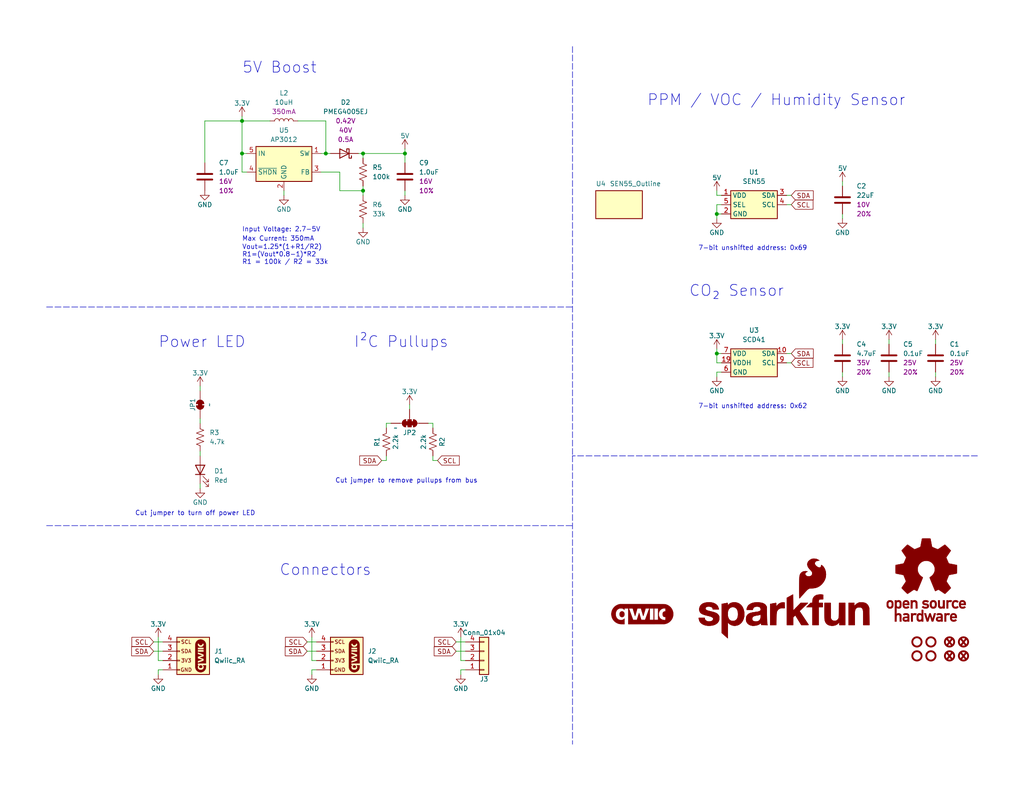
<source format=kicad_sch>
(kicad_sch (version 20230121) (generator eeschema)
  (paper "USLetter")
  (title_block (title "SparkFun Indoor Air Quality Sensor - SCD41 SEN55 (Qwiic)") (date "2024-03-06") (rev "v10") (comment 1 "Designed by: N. Seidle"))
  (lib_symbols
    (symbol "SparkFun-Aesthetic:Fiducial_0.5mm"
      (symbol "Fiducial_0.5mm_1_1"
        (text "x" (at 0 0.254 0) (effects (font (size 2.5 2.5) bold)))
      )
    )
    (symbol "SparkFun-Aesthetic:OSHW_Logo" (pin_names (offset 1.016)) (in_bom no))
    (symbol "SparkFun-Aesthetic:SparkFun_Logo" (pin_names (offset 1.016)) (on_board no))
    (symbol "SparkFun-Aesthetic:qwiic_Logo" (pin_names (offset 1.016)) (on_board no))
    (symbol "SparkFun-Capacitor:0.1uF_0603_25V_20%" (pin_numbers hide) (pin_names (offset 0.254))
      (property "Reference" "C" (at 0.635 2.54 0))
      (property "Value" "0.1uF" (at 0.635 -2.54 0))
      (property "Voltage" "25V" (at 0 -6.35 0))
      (property "Tolerance" "20%" (at 0 -8.89 0))
      (symbol "0.1uF_0603_25V_20%_1_1"
        (pin passive line (at 0 3.81 270) (length 2.794) (name "~") (number "1"))
        (pin passive line (at 0 -3.81 90) (length 2.794) (name "~") (number "2"))
      )
    )
    (symbol "SparkFun-Capacitor:1.0uF_0603_16V_10%" (pin_numbers hide) (pin_names (offset 0.254))
      (property "Reference" "C" (at 0.635 2.54 0))
      (property "Value" "1.0uF" (at 0.635 -2.54 0))
      (property "Voltage" "16V" (at 0 -6.35 0))
      (property "Tolerance" "10%" (at 0 -8.89 0))
      (symbol "1.0uF_0603_16V_10%_1_1"
        (pin passive line (at 0 3.81 270) (length 2.794) (name "~") (number "1"))
        (pin passive line (at 0 -3.81 90) (length 2.794) (name "~") (number "2"))
      )
    )
    (symbol "SparkFun-Capacitor:22uF_0805_10V_20%" (pin_numbers hide) (pin_names (offset 0.254))
      (property "Reference" "C" (at 0.635 2.54 0))
      (property "Value" "22uF" (at 0.635 -2.54 0))
      (property "Voltage" "10V" (at 0 -6.35 0))
      (property "Tolerance" "20%" (at 0 -8.89 0))
      (symbol "22uF_0805_10V_20%_1_1"
        (pin passive line (at 0 3.81 270) (length 2.794) (name "~") (number "1"))
        (pin passive line (at 0 -3.81 90) (length 2.794) (name "~") (number "2"))
      )
    )
    (symbol "SparkFun-Capacitor:4.7uF_0603_35V_20%" (pin_numbers hide) (pin_names (offset 0.254))
      (property "Reference" "C" (at 0.635 2.54 0))
      (property "Value" "4.7uF" (at 0.635 -2.54 0))
      (property "Voltage" "35V" (at 0 -6.35 0))
      (property "Tolerance" "20%" (at 0 -8.89 0))
      (symbol "4.7uF_0603_35V_20%_1_1"
        (pin passive line (at 0 3.81 270) (length 2.794) (name "~") (number "1"))
        (pin passive line (at 0 -3.81 90) (length 2.794) (name "~") (number "2"))
      )
    )
    (symbol "SparkFun-Coil:10uH_0805_0.35A" (pin_numbers hide) (pin_names (offset 1.016) hide)
      (property "Reference" "L" (at 0 2.54 0))
      (property "Value" "10uH" (at 0 -1.27 0))
      (property "Current" "350mA" (at 0 -3.81 0))
      (symbol "10uH_0805_0.35A_1_1"
        (pin passive line (at -3.81 0 0) (length 1.27) (name "1") (number "1"))
        (pin passive line (at 3.81 0 180) (length 1.27) (name "2") (number "2"))
      )
    )
    (symbol "SparkFun-Connector:Conn_01x04" (pin_names (offset 1.016) hide)
      (property "Reference" "J" (at 0 5.08 0))
      (property "Value" "Conn_01x04" (at 0 -7.62 0))
      (symbol "Conn_01x04_1_1"
        (pin passive line (at -5.08 2.54 0) (length 3.81) (name "Pin_1") (number "1"))
        (pin passive line (at -5.08 0 0) (length 3.81) (name "Pin_2") (number "2"))
        (pin passive line (at -5.08 -2.54 0) (length 3.81) (name "Pin_3") (number "3"))
        (pin passive line (at -5.08 -5.08 0) (length 3.81) (name "Pin_4") (number "4"))
      )
    )
    (symbol "SparkFun-Connector:Qwiic_Right_Angle" (pin_names (offset 1.016) hide)
      (property "Reference" "J" (at 0 5.08 0))
      (property "Value" "Qwiic_RA" (at 0 -7.62 0))
      (symbol "Qwiic_Right_Angle_1_1"
        (text "3V3" (at 1.27 -2.54 0) (effects (font (size 1 1))))
        (text "GND" (at 1.27 -5.08 0) (effects (font (size 1 1))))
        (text "SCL" (at 1.27 2.54 0) (effects (font (size 1 1))))
        (text "SDA" (at 1.27 0 0) (effects (font (size 1 1))))
        (pin passive line (at -5.08 -5.08 0) (length 3.81) (name "Pin_1") (number "1"))
        (pin passive line (at -5.08 -2.54 0) (length 3.81) (name "Pin_2") (number "2"))
        (pin passive line (at -5.08 0 0) (length 3.81) (name "Pin_3") (number "3"))
        (pin passive line (at -5.08 2.54 0) (length 3.81) (name "Pin_4") (number "4"))
        (pin no_connect line (at 2.54 3.81 270) (length 2.54) hide (name "NC") (number "NC1"))
        (pin no_connect line (at 2.54 3.81 270) (length 2.54) hide (name "NC") (number "NC2"))
      )
    )
    (symbol "SparkFun-DiscreteSemi:D_Schottky_0.5A_40V_0.42V" (pin_numbers hide) (pin_names (offset 1.016) hide)
      (property "Reference" "D" (at 0 2.54 0))
      (property "Value" "PMEG4005EJ" (at 0 -2.54 0))
      (property "IMax" "0.5A" (at 0 -5.08 0))
      (property "VDrop" "0.42V" (at 0 -10.16 0))
      (property "VMax" "40V" (at 0 -7.62 0))
      (symbol "D_Schottky_0.5A_40V_0.42V_1_1"
        (pin passive line (at 3.81 0 180) (length 2.54) (name "A") (number "A"))
        (pin passive line (at -3.81 0 0) (length 2.54) (name "C") (number "C"))
      )
    )
    (symbol "SparkFun-Hardware:Standoff")
    (symbol "SparkFun-IC-Power:AP3012"
      (property "Reference" "U" (at -7.62 5.715 0))
      (property "Value" "AP3012" (at 0 5.715 0))
      (symbol "AP3012_1_1"
        (pin passive line (at 10.16 2.54 180) (length 2.54) (name "SW") (number "1"))
        (pin power_in line (at 0 -7.62 90) (length 2.54) (name "GND") (number "2"))
        (pin input line (at 10.16 -2.54 180) (length 2.54) (name "FB") (number "3"))
        (pin input line (at -10.16 -2.54 0) (length 2.54) (name "~{SHDN}") (number "4"))
        (pin power_in line (at -10.16 2.54 0) (length 2.54) (name "IN") (number "5"))
      )
    )
    (symbol "SparkFun-Jumper:SolderJumper_2_Bridged" (pin_numbers hide) (pin_names (offset 0) hide)
      (property "Reference" "JP" (at 0 2.032 0))
      (property "Value" "~" (at 0 -2.54 0))
      (symbol "SolderJumper_2_Bridged_1_1"
        (pin passive line (at -3.81 0 0) (length 2.54) (name "A") (number "1"))
        (pin passive line (at 3.81 0 180) (length 2.54) (name "B") (number "2"))
      )
    )
    (symbol "SparkFun-Jumper:SolderJumper_3_Bridged123" (pin_numbers hide) (pin_names (offset 0) hide)
      (property "Reference" "JP" (at 0 2.54 0))
      (property "Value" "~" (at 3.81 1.27 0))
      (symbol "SolderJumper_3_Bridged123_1_1"
        (pin passive line (at -5.08 0 0) (length 2.54) (name "A") (number "1"))
        (pin passive line (at 0 -3.81 90) (length 2.54) (name "C") (number "2"))
        (pin passive line (at 5.08 0 180) (length 2.54) (name "B") (number "3"))
      )
    )
    (symbol "SparkFun-LED:LED_Red_0603" (pin_numbers hide) (pin_names (offset 1.016) hide)
      (property "Reference" "D" (at 0 2.54 0))
      (property "Value" "Red" (at 0 -2.54 0))
      (symbol "LED_Red_0603_1_1"
        (pin passive line (at -3.81 0 0) (length 2.54) (name "K") (number "1"))
        (pin passive line (at 3.81 0 180) (length 2.54) (name "A") (number "2"))
      )
    )
    (symbol "SparkFun-PowerSymbol:3.3V" (power) (pin_names (offset 0))
      (property "Value" "3.3V" (at 0 3.81 0))
      (symbol "3.3V_1_1"
        (pin power_in line (at 0 0 90) (length 0) hide (name "3.3V") (number "1"))
      )
    )
    (symbol "SparkFun-PowerSymbol:5V" (power) (pin_names (offset 0))
      (property "Value" "5V" (at 0 3.81 0))
      (symbol "5V_1_1"
        (pin power_in line (at 0 0 90) (length 0) hide (name "5V") (number "1"))
      )
    )
    (symbol "SparkFun-PowerSymbol:GND" (power) (pin_names (offset 0))
      (property "Value" "GND" (at 0 -3.81 0))
      (symbol "GND_1_1"
        (pin power_in line (at 0 0 270) (length 0) hide (name "GND") (number "1"))
      )
    )
    (symbol "SparkFun-Resistor:100k_0603" (pin_numbers hide) (pin_names (offset 0))
      (property "Reference" "R" (at 0 -2.54 0))
      (property "Value" "100k" (at 0 2.54 0))
      (symbol "100k_0603_1_1"
        (pin passive line (at 3.81 0 180) (length 1.27) (name "~") (number "1"))
        (pin passive line (at -3.81 0 0) (length 1.27) (name "~") (number "2"))
      )
    )
    (symbol "SparkFun-Resistor:2.2k_0603" (pin_numbers hide) (pin_names (offset 0))
      (property "Reference" "R" (at 0 -2.54 0))
      (property "Value" "2.2k" (at 0 2.54 0))
      (symbol "2.2k_0603_1_1"
        (pin passive line (at 3.81 0 180) (length 1.27) (name "~") (number "1"))
        (pin passive line (at -3.81 0 0) (length 1.27) (name "~") (number "2"))
      )
    )
    (symbol "SparkFun-Resistor:33k_0603" (pin_numbers hide) (pin_names (offset 0))
      (property "Reference" "R" (at 0 -2.54 0))
      (property "Value" "33k" (at 0 2.54 0))
      (symbol "33k_0603_1_1"
        (pin passive line (at 3.81 0 180) (length 1.27) (name "~") (number "1"))
        (pin passive line (at -3.81 0 0) (length 1.27) (name "~") (number "2"))
      )
    )
    (symbol "SparkFun-Resistor:4.7k_0603" (pin_numbers hide) (pin_names (offset 0))
      (property "Reference" "R" (at 0 -2.54 0))
      (property "Value" "4.7k" (at 0 2.54 0))
      (symbol "4.7k_0603_1_1"
        (pin passive line (at 3.81 0 180) (length 1.27) (name "~") (number "1"))
        (pin passive line (at -3.81 0 0) (length 1.27) (name "~") (number "2"))
      )
    )
    (symbol "SparkFun-Sensor:SCD41"
      (property "Reference" "U" (at -6.35 5.715 0))
      (property "Value" "SCD41" (at -2.54 5.715 0))
      (symbol "SCD41_1_1"
        (pin no_connect line (at 8.89 6.35 180) (length 2.54) hide (name "NC") (number "1"))
        (pin bidirectional line (at 8.89 2.54 180) (length 2.54) (name "SDA") (number "10"))
        (pin no_connect line (at 8.89 21.59 180) (length 2.54) hide (name "NC") (number "11"))
        (pin no_connect line (at 8.89 24.13 180) (length 2.54) hide (name "NC") (number "12"))
        (pin no_connect line (at 8.89 26.67 180) (length 2.54) hide (name "NC") (number "13"))
        (pin no_connect line (at 8.89 29.21 180) (length 2.54) hide (name "NC") (number "14"))
        (pin no_connect line (at 8.89 31.75 180) (length 2.54) hide (name "NC") (number "15"))
        (pin no_connect line (at 8.89 34.29 180) (length 2.54) hide (name "NC") (number "16"))
        (pin no_connect line (at 8.89 36.83 180) (length 2.54) hide (name "NC") (number "17"))
        (pin no_connect line (at 8.89 39.37 180) (length 2.54) hide (name "NC") (number "18"))
        (pin power_in line (at -8.89 0 0) (length 2.54) (name "VDDH") (number "19"))
        (pin no_connect line (at 8.89 8.89 180) (length 2.54) hide (name "NC") (number "2"))
        (pin power_in line (at -8.89 -2.54 0) (length 2.54) hide (name "GND") (number "20"))
        (pin power_in line (at -8.89 -2.54 0) (length 2.54) hide (name "GND") (number "21"))
        (pin no_connect line (at 8.89 11.43 180) (length 2.54) hide (name "NC") (number "3"))
        (pin no_connect line (at 8.89 13.97 180) (length 2.54) hide (name "NC") (number "4"))
        (pin no_connect line (at 8.89 16.51 180) (length 2.54) hide (name "NC") (number "5"))
        (pin power_in line (at -8.89 -2.54 0) (length 2.54) (name "GND") (number "6"))
        (pin power_in line (at -8.89 2.54 0) (length 2.54) (name "VDD") (number "7"))
        (pin no_connect line (at 8.89 19.05 180) (length 2.54) hide (name "NC") (number "8"))
        (pin input line (at 8.89 0 180) (length 2.54) (name "SCL") (number "9"))
      )
    )
    (symbol "SparkFun-Sensor:SEN55"
      (property "Reference" "U" (at -6.35 5.715 0))
      (property "Value" "SEN55" (at -2.54 5.715 0))
      (symbol "SEN55_1_1"
        (pin power_in line (at -8.89 2.54 0) (length 2.54) (name "VDD") (number "1"))
        (pin power_in line (at -8.89 -2.54 0) (length 2.54) (name "GND") (number "2"))
        (pin bidirectional line (at 8.89 2.54 180) (length 2.54) (name "SDA") (number "3"))
        (pin input line (at 8.89 0 180) (length 2.54) (name "SCL") (number "4"))
        (pin input line (at -8.89 0 0) (length 2.54) (name "SEL") (number "5"))
        (pin no_connect line (at 8.89 -2.54 180) (length 2.54) hide (name "NC") (number "6"))
        (pin no_connect line (at 8.89 -2.54 180) (length 2.54) hide (name "NC") (number "NC1"))
        (pin no_connect line (at 8.89 -2.54 180) (length 2.54) hide (name "NC") (number "NC2"))
      )
    )
    (symbol "SparkFun-Sensor:SEN55_Outline"
      (property "Reference" "U" (at -6.35 5.715 0))
      (property "Value" "SEN55_Outline" (at -2.54 5.715 0))
    )
  )
  (junction (at 66.04 41.91))
  (junction (at 195.58 58.42))
  (junction (at 66.04 33.02))
  (junction (at 99.06 52.07))
  (junction (at 195.58 96.52))
  (junction (at 88.9 41.91))
  (junction (at 110.49 41.91))
  (junction (at 99.06 41.91))
  (wire (pts (xy 195.58 58.42) (xy 195.58 59.69)))
  (wire (pts (xy 214.63 55.88) (xy 215.9 55.88)))
  (wire (pts (xy 111.76 110.49) (xy 111.76 111.76)))
  (wire (pts (xy 86.36 180.34) (xy 85.09 180.34)))
  (wire (pts (xy 196.85 101.6) (xy 195.58 101.6)))
  (wire (pts (xy 214.63 96.52) (xy 215.9 96.52)))
  (wire (pts (xy 124.46 177.8) (xy 127 177.8)))
  (wire (pts (xy 195.58 55.88) (xy 195.58 58.42)))
  (wire (pts (xy 66.04 31.75) (xy 66.04 33.02)))
  (wire (pts (xy 85.09 173.99) (xy 85.09 180.34)))
  (wire (pts (xy 44.45 182.88) (xy 43.18 182.88)))
  (wire (pts (xy 87.63 46.99) (xy 92.71 46.99)))
  (wire (pts (xy 88.9 33.02) (xy 88.9 41.91)))
  (wire (pts (xy 105.41 115.57) (xy 106.68 115.57)))
  (wire (pts (xy 88.9 41.91) (xy 90.17 41.91)))
  (wire (pts (xy 195.58 96.52) (xy 196.85 96.52)))
  (wire (pts (xy 255.27 102.87) (xy 255.27 101.6)))
  (wire (pts (xy 99.06 62.23) (xy 99.06 60.96)))
  (wire (pts (xy 54.61 123.19) (xy 54.61 124.46)))
  (wire (pts (xy 105.41 124.46) (xy 105.41 125.73)))
  (wire (pts (xy 229.87 49.53) (xy 229.87 50.8)))
  (wire (pts (xy 118.11 116.84) (xy 118.11 115.57)))
  (wire (pts (xy 124.46 175.26) (xy 127 175.26)))
  (wire (pts (xy 229.87 92.71) (xy 229.87 93.98)))
  (wire (pts (xy 97.79 41.91) (xy 99.06 41.91)))
  (wire (pts (xy 196.85 53.34) (xy 195.58 53.34)))
  (wire (pts (xy 195.58 53.34) (xy 195.58 52.07)))
  (wire (pts (xy 99.06 41.91) (xy 99.06 43.18)))
  (wire (pts (xy 66.04 33.02) (xy 66.04 41.91)))
  (wire (pts (xy 83.82 175.26) (xy 86.36 175.26)))
  (wire (pts (xy 99.06 53.34) (xy 99.06 52.07)))
  (wire (pts (xy 41.91 177.8) (xy 44.45 177.8)))
  (polyline (pts (xy 266.7 124.46) (xy 156.21 124.46)) (stroke (width 0) (type dash)))
  (wire (pts (xy 55.88 33.02) (xy 66.04 33.02)))
  (wire (pts (xy 196.85 99.06) (xy 195.58 99.06)))
  (wire (pts (xy 81.28 33.02) (xy 88.9 33.02)))
  (wire (pts (xy 44.45 180.34) (xy 43.18 180.34)))
  (wire (pts (xy 110.49 53.34) (xy 110.49 52.07)))
  (wire (pts (xy 214.63 99.06) (xy 215.9 99.06)))
  (wire (pts (xy 110.49 40.64) (xy 110.49 41.91)))
  (wire (pts (xy 127 182.88) (xy 125.73 182.88)))
  (wire (pts (xy 67.31 46.99) (xy 66.04 46.99)))
  (wire (pts (xy 229.87 58.42) (xy 229.87 59.69)))
  (wire (pts (xy 125.73 182.88) (xy 125.73 184.15)))
  (wire (pts (xy 92.71 46.99) (xy 92.71 52.07)))
  (wire (pts (xy 54.61 133.35) (xy 54.61 132.08)))
  (wire (pts (xy 66.04 33.02) (xy 73.66 33.02)))
  (wire (pts (xy 83.82 177.8) (xy 86.36 177.8)))
  (wire (pts (xy 127 180.34) (xy 125.73 180.34)))
  (wire (pts (xy 85.09 182.88) (xy 85.09 184.15)))
  (polyline (pts (xy 156.21 12.7) (xy 156.21 124.46)) (stroke (width 0) (type dash)))
  (wire (pts (xy 54.61 115.57) (xy 54.61 114.3)))
  (wire (pts (xy 66.04 46.99) (xy 66.04 41.91)))
  (wire (pts (xy 125.73 173.99) (xy 125.73 180.34)))
  (wire (pts (xy 196.85 55.88) (xy 195.58 55.88)))
  (wire (pts (xy 195.58 101.6) (xy 195.58 102.87)))
  (polyline (pts (xy 12.7 143.51) (xy 156.21 143.51)) (stroke (width 0) (type dash)))
  (wire (pts (xy 110.49 44.45) (xy 110.49 41.91)))
  (wire (pts (xy 99.06 52.07) (xy 99.06 50.8)))
  (wire (pts (xy 242.57 92.71) (xy 242.57 93.98)))
  (wire (pts (xy 67.31 41.91) (xy 66.04 41.91)))
  (wire (pts (xy 116.84 115.57) (xy 118.11 115.57)))
  (wire (pts (xy 86.36 182.88) (xy 85.09 182.88)))
  (wire (pts (xy 55.88 33.02) (xy 55.88 44.45)))
  (wire (pts (xy 195.58 99.06) (xy 195.58 96.52)))
  (wire (pts (xy 255.27 92.71) (xy 255.27 93.98)))
  (wire (pts (xy 229.87 101.6) (xy 229.87 102.87)))
  (wire (pts (xy 77.47 53.34) (xy 77.47 52.07)))
  (wire (pts (xy 242.57 102.87) (xy 242.57 101.6)))
  (wire (pts (xy 41.91 175.26) (xy 44.45 175.26)))
  (wire (pts (xy 195.58 58.42) (xy 196.85 58.42)))
  (wire (pts (xy 110.49 41.91) (xy 99.06 41.91)))
  (polyline (pts (xy 156.21 124.46) (xy 156.21 203.2)) (stroke (width 0) (type dash)))
  (wire (pts (xy 43.18 173.99) (xy 43.18 180.34)))
  (wire (pts (xy 43.18 182.88) (xy 43.18 184.15)))
  (wire (pts (xy 92.71 52.07) (xy 99.06 52.07)))
  (wire (pts (xy 88.9 41.91) (xy 87.63 41.91)))
  (wire (pts (xy 105.41 116.84) (xy 105.41 115.57)))
  (wire (pts (xy 195.58 96.52) (xy 195.58 95.25)))
  (wire (pts (xy 54.61 105.41) (xy 54.61 106.68)))
  (polyline (pts (xy 12.7 83.82) (xy 156.21 83.82)) (stroke (width 0) (type dash)))
  (wire (pts (xy 104.14 125.73) (xy 105.41 125.73)))
  (wire (pts (xy 118.11 125.73) (xy 119.38 125.73)))
  (wire (pts (xy 214.63 53.34) (xy 215.9 53.34)))
  (wire (pts (xy 118.11 124.46) (xy 118.11 125.73)))
  (text "I²C Pullups" (at 96.52 95.25 0) (effects (font (size 3 3)) (justify left bottom)))
  (text "Power LED" (at 43.18 95.25 0) (effects (font (size 3 3)) (justify left bottom)))
  (text "CO₂ Sensor" (at 187.96 81.28 0) (effects (font (size 3 3)) (justify left bottom)))
  (text "Input Voltage: 2.7-5V" (at 66.04 63.5 0) (effects (font (size 1.27 1.27)) (justify left bottom)))
  (text "Connectors" (at 76.2 157.48 0) (effects (font (size 3 3)) (justify left bottom)))
  (text "Vout=1.25*(1+R1/R2)\nR1=(Vout*0.8-1)*R2\nR1 = 100k / R2 = 33k" (at 66.04 72.39 0) (effects (font (size 1.27 1.27)) (justify left bottom)))
  (text "7-bit unshifted address: 0x62" (at 190.5 111.76 0) (effects (font (size 1.27 1.27)) (justify left bottom)))
  (text "Cut jumper to remove pullups from bus" (at 91.44 132.08 0) (effects (font (size 1.27 1.27)) (justify left bottom)))
  (text "5V Boost" (at 66.04 20.32 0) (effects (font (size 3 3)) (justify left bottom)))
  (text "Max Current: 350mA" (at 66.04 66.04 0) (effects (font (size 1.27 1.27)) (justify left bottom)))
  (text "Cut jumper to turn off power LED" (at 36.83 140.97 0) (effects (font (size 1.27 1.27)) (justify left bottom)))
  (text "PPM / VOC / Humidity Sensor" (at 176.53 29.21 0) (effects (font (size 3 3)) (justify left bottom)))
  (text "7-bit unshifted address: 0x69" (at 190.5 68.58 0) (effects (font (size 1.27 1.27)) (justify left bottom)))
  (global_label "SDA" (shape input) (at 124.46 177.8 180) (property "Intersheetrefs" "${INTERSHEET_REFS}" (effects hide)))
  (global_label "SCL" (shape input) (at 119.38 125.73 0) (property "Intersheetrefs" "${INTERSHEET_REFS}" (effects hide)))
  (global_label "SDA" (shape input) (at 83.82 177.8 180) (property "Intersheetrefs" "${INTERSHEET_REFS}" (effects hide)))
  (global_label "SDA" (shape input) (at 104.14 125.73 180) (property "Intersheetrefs" "${INTERSHEET_REFS}" (effects hide)))
  (global_label "SCL" (shape input) (at 41.91 175.26 180) (property "Intersheetrefs" "${INTERSHEET_REFS}" (effects hide)))
  (global_label "SCL" (shape input) (at 83.82 175.26 180) (property "Intersheetrefs" "${INTERSHEET_REFS}" (effects hide)))
  (global_label "SCL" (shape input) (at 215.9 99.06 0) (property "Intersheetrefs" "${INTERSHEET_REFS}" (effects hide)))
  (global_label "SDA" (shape input) (at 215.9 96.52 0) (property "Intersheetrefs" "${INTERSHEET_REFS}" (effects hide)))
  (global_label "SDA" (shape input) (at 41.91 177.8 180) (property "Intersheetrefs" "${INTERSHEET_REFS}" (effects hide)))
  (global_label "SCL" (shape input) (at 215.9 55.88 0) (property "Intersheetrefs" "${INTERSHEET_REFS}" (effects hide)))
  (global_label "SCL" (shape input) (at 124.46 175.26 180) (property "Intersheetrefs" "${INTERSHEET_REFS}" (effects hide)))
  (global_label "SDA" (shape input) (at 215.9 53.34 0) (property "Intersheetrefs" "${INTERSHEET_REFS}" (effects hide)))
  (symbol (lib_id "SparkFun-Hardware:Standoff") (at 250.19 179.07 0) (unit 1)
    (property "Reference" "ST4" (effects hide))
    (property "Value" "Standoff" (effects hide))
    (property "Footprint" "SparkFun-Hardware:Standoff" (effects hide))
  )
  (symbol (lib_id "SparkFun-Capacitor:1.0uF_0603_16V_10%") (at 55.88 48.26 0) (unit 1)
    (property "Reference" "C7" (at 59.69 44.45 0) (effects (justify left)))
    (property "Value" "1.0uF" (at 59.69 46.99 0) (effects (justify left)))
    (property "Footprint" "SparkFun-Capacitor:C_0603_1608Metric" (effects hide))
    (property "Datasheet" "https://cdn.sparkfun.com/assets/8/a/4/a/5/Kemet_Capacitor_Datasheet.pdf" (effects hide))
    (property "PROD_ID" "CAP-13930" (effects hide))
    (property "Voltage" "16V" (at 59.69 49.53 0) (effects (justify left)))
    (property "Tolerance" "10%" (at 59.69 52.07 0) (effects (justify left)))
  )
  (symbol (lib_id "SparkFun-Capacitor:0.1uF_0603_25V_20%") (at 255.27 97.79 0) (unit 1)
    (property "Reference" "C1" (at 259.08 93.98 0) (effects (justify left)))
    (property "Value" "0.1uF" (at 259.08 96.52 0) (effects (justify left)))
    (property "Footprint" "SparkFun-Capacitor:C_0603_1608Metric" (effects hide))
    (property "Datasheet" "https://cdn.sparkfun.com/assets/8/a/4/a/5/Kemet_Capacitor_Datasheet.pdf" (effects hide))
    (property "PROD_ID" "CAP-00810" (effects hide))
    (property "Voltage" "25V" (at 259.08 99.06 0) (effects (justify left)))
    (property "Tolerance" "20%" (at 259.08 101.6 0) (effects (justify left)))
  )
  (symbol (lib_id "SparkFun-PowerSymbol:GND") (at 77.47 53.34 0) (unit 1)
    (property "Reference" "#PWR0109" (effects hide))
    (property "Value" "GND" (at 77.47 57.15 0))
  )
  (symbol (lib_id "SparkFun-Connector:Conn_01x04") (at 132.08 180.34 0) (mirror x) (unit 1)
    (property "Reference" "J3" (at 132.08 185.42 0))
    (property "Value" "Conn_01x04" (at 132.08 172.72 0))
    (property "Footprint" "SparkFun-Connector:1x04" (effects hide))
  )
  (symbol (lib_id "SparkFun-Jumper:SolderJumper_2_Bridged") (at 54.61 110.49 90) (unit 1)
    (property "Reference" "JP1" (at 52.578 110.49 0))
    (property "Value" "~" (at 57.15 110.49 0))
    (property "Footprint" "SparkFun-Jumper:Jumper_2_NC_Trace" (effects hide))
  )
  (symbol (lib_id "SparkFun-Aesthetic:SparkFun_Logo") (at 213.36 167.64 0) (unit 1) (on_board no)
    (property "Reference" "G2" (effects hide))
    (property "Value" "SparkFun_Logo" (effects hide))
    (property "Footprint" "SparkFun-Aesthetic:SparkFun_Logo_8mm" (effects hide))
  )
  (symbol (lib_id "SparkFun-PowerSymbol:GND") (at 99.06 62.23 0) (unit 1)
    (property "Reference" "#PWR0101" (effects hide))
    (property "Value" "GND" (at 99.06 66.04 0))
  )
  (symbol (lib_id "SparkFun-Aesthetic:Fiducial_0.5mm") (at 262.89 175.26 0) (unit 1)
    (property "Reference" "FID3" (effects hide))
    (property "Value" "Fiducial_0.5mm" (effects hide))
    (property "Footprint" "SparkFun-Aesthetic:Fiducial_0.5mm_Mask1mm" (effects hide))
  )
  (symbol (lib_id "SparkFun-Resistor:100k_0603") (at 99.06 46.99 90) (unit 1)
    (property "Reference" "R5" (at 101.6 45.72 90) (effects (justify right)))
    (property "Value" "100k" (at 101.6 48.26 90) (effects (justify right)))
    (property "Footprint" "SparkFun-Resistor:R_0603_1608Metric" (effects hide))
    (property "Datasheet" "https://www.vishay.com/docs/20035/dcrcwe3.pdf" (effects hide))
    (property "PROD_ID" "RES-07828" (effects hide))
  )
  (symbol (lib_id "SparkFun-Aesthetic:Fiducial_0.5mm") (at 262.89 179.07 0) (unit 1)
    (property "Reference" "FID4" (effects hide))
    (property "Value" "Fiducial_0.5mm" (effects hide))
    (property "Footprint" "SparkFun-Aesthetic:Fiducial_0.5mm_Mask1mm" (effects hide))
  )
  (symbol (lib_id "SparkFun-PowerSymbol:GND") (at 229.87 102.87 0) (unit 1)
    (property "Reference" "#PWR0114" (effects hide))
    (property "Value" "GND" (at 229.87 106.68 0))
  )
  (symbol (lib_id "SparkFun-PowerSymbol:5V") (at 229.87 49.53 0) (unit 1)
    (property "Reference" "#PWR0121" (effects hide))
    (property "Value" "5V" (at 229.87 45.974 0))
  )
  (symbol (lib_id "SparkFun-Resistor:2.2k_0603") (at 105.41 120.65 270) (mirror x) (unit 1)
    (property "Reference" "R1" (at 102.87 120.65 0))
    (property "Value" "2.2k" (at 107.95 120.65 0))
    (property "Footprint" "SparkFun-Resistor:R_0603_1608Metric" (effects hide))
    (property "Datasheet" "https://www.vishay.com/docs/20035/dcrcwe3.pdf" (effects hide))
    (property "PROD_ID" "RES-08272" (effects hide))
  )
  (symbol (lib_id "SparkFun-PowerSymbol:3.3V") (at 255.27 92.71 0) (unit 1)
    (property "Reference" "#PWR01" (effects hide))
    (property "Value" "3.3V" (at 255.27 89.154 0))
  )
  (symbol (lib_id "SparkFun-Resistor:2.2k_0603") (at 118.11 120.65 90) (unit 1)
    (property "Reference" "R2" (at 120.65 120.65 0))
    (property "Value" "2.2k" (at 115.57 120.65 0))
    (property "Footprint" "SparkFun-Resistor:R_0603_1608Metric" (effects hide))
    (property "Datasheet" "https://www.vishay.com/docs/20035/dcrcwe3.pdf" (effects hide))
    (property "PROD_ID" "RES-08272" (effects hide))
  )
  (symbol (lib_id "SparkFun-PowerSymbol:GND") (at 125.73 184.15 0) (unit 1)
    (property "Reference" "#PWR0107" (effects hide))
    (property "Value" "GND" (at 125.73 187.96 0))
  )
  (symbol (lib_id "SparkFun-Capacitor:1.0uF_0603_16V_10%") (at 110.49 48.26 0) (unit 1)
    (property "Reference" "C9" (at 114.3 44.45 0) (effects (justify left)))
    (property "Value" "1.0uF" (at 114.3 46.99 0) (effects (justify left)))
    (property "Footprint" "SparkFun-Capacitor:C_0603_1608Metric" (effects hide))
    (property "Datasheet" "https://cdn.sparkfun.com/assets/8/a/4/a/5/Kemet_Capacitor_Datasheet.pdf" (effects hide))
    (property "PROD_ID" "CAP-13930" (effects hide))
    (property "Voltage" "16V" (at 114.3 49.53 0) (effects (justify left)))
    (property "Tolerance" "10%" (at 114.3 52.07 0) (effects (justify left)))
  )
  (symbol (lib_id "SparkFun-PowerSymbol:GND") (at 242.57 102.87 0) (unit 1)
    (property "Reference" "#PWR0112" (effects hide))
    (property "Value" "GND" (at 242.57 106.68 0))
  )
  (symbol (lib_id "SparkFun-Hardware:Standoff") (at 254 179.07 0) (unit 1)
    (property "Reference" "ST2" (effects hide))
    (property "Value" "Standoff" (effects hide))
    (property "Footprint" "SparkFun-Hardware:Standoff" (effects hide))
  )
  (symbol (lib_id "SparkFun-PowerSymbol:3.3V") (at 195.58 95.25 0) (unit 1)
    (property "Reference" "#PWR0115" (effects hide))
    (property "Value" "3.3V" (at 195.58 91.694 0))
  )
  (symbol (lib_id "SparkFun-IC-Power:AP3012") (at 77.47 44.45 0) (unit 1)
    (property "Reference" "U5" (at 77.47 35.56 0))
    (property "Value" "AP3012" (at 77.47 38.1 0))
    (property "Footprint" "SparkFun-Semiconductor-Standard:SOT23-5" (effects hide))
    (property "Datasheet" "https://www.diodes.com/assets/Datasheets/AP3012.pdf" (effects hide))
    (property "PROD_ID" "VREG-13911" (effects hide))
  )
  (symbol (lib_id "SparkFun-Aesthetic:OSHW_Logo") (at 252.73 162.56 0) (unit 1) (in_bom no)
    (property "Reference" "G4" (effects hide))
    (property "Value" "OSHW_Logo" (effects hide))
    (property "Footprint" "SparkFun-Aesthetic:Creative_Commons_License" (effects hide))
  )
  (symbol (lib_id "SparkFun-Hardware:Standoff") (at 250.19 175.26 0) (unit 1)
    (property "Reference" "ST3" (effects hide))
    (property "Value" "Standoff" (effects hide))
    (property "Footprint" "SparkFun-Hardware:Standoff" (effects hide))
  )
  (symbol (lib_id "SparkFun-Resistor:4.7k_0603") (at 54.61 119.38 90) (unit 1)
    (property "Reference" "R3" (at 57.15 118.11 90) (effects (justify right)))
    (property "Value" "4.7k" (at 57.15 120.65 90) (effects (justify right)))
    (property "Footprint" "SparkFun-Resistor:R_0603_1608Metric" (effects hide))
    (property "Datasheet" "https://www.vishay.com/docs/20035/dcrcwe3.pdf" (effects hide))
    (property "PROD_ID" "RES-07857" (effects hide))
  )
  (symbol (lib_id "SparkFun-PowerSymbol:GND") (at 43.18 184.15 0) (unit 1)
    (property "Reference" "#PWR0123" (effects hide))
    (property "Value" "GND" (at 43.18 187.96 0))
  )
  (symbol (lib_id "SparkFun-PowerSymbol:GND") (at 85.09 184.15 0) (unit 1)
    (property "Reference" "#PWR0105" (effects hide))
    (property "Value" "GND" (at 85.09 187.96 0))
  )
  (symbol (lib_id "SparkFun-Hardware:Standoff") (at 254 175.26 0) (unit 1)
    (property "Reference" "ST1" (effects hide))
    (property "Value" "Standoff" (effects hide))
    (property "Footprint" "SparkFun-Hardware:Standoff" (effects hide))
  )
  (symbol (lib_id "SparkFun-PowerSymbol:3.3V") (at 242.57 92.71 0) (unit 1)
    (property "Reference" "#PWR0116" (effects hide))
    (property "Value" "3.3V" (at 242.57 89.154 0))
  )
  (symbol (lib_id "SparkFun-Sensor:SEN55_Outline") (at 168.91 55.88 0) (unit 1)
    (property "Reference" "U4" (at 162.56 50.165 0) (effects (justify left)))
    (property "Value" "SEN55_Outline" (at 166.37 50.165 0) (effects (justify left)))
    (property "Footprint" "SparkFun-Sensor:SEN5x_Outline" (effects hide))
    (property "Datasheet" "https://cdn.sparkfun.com/assets/b/0/3/c/0/Sensirion_Datasheet_Environmental_Node_SEN5x.pdf" (effects hide))
  )
  (symbol (lib_id "SparkFun-DiscreteSemi:D_Schottky_0.5A_40V_0.42V") (at 93.98 41.91 180) (unit 1)
    (property "Reference" "D2" (at 94.2975 27.94 0))
    (property "Value" "PMEG4005EJ" (at 94.2975 30.48 0))
    (property "Footprint" "SparkFun-Semiconductor-Standard:SOD-323" (effects hide))
    (property "Datasheet" "https://assets.nexperia.com/documents/data-sheet/PMEG4005EJ.pdf" (effects hide))
    (property "PROD_ID" "DIO-10955" (effects hide))
    (property "VDrop" "0.42V" (at 94.2975 33.02 0))
    (property "VMax" "40V" (at 94.2975 35.56 0))
    (property "IMax" "0.5A" (at 94.2975 38.1 0))
  )
  (symbol (lib_id "SparkFun-PowerSymbol:3.3V") (at 54.61 105.41 0) (unit 1)
    (property "Reference" "#PWR0125" (effects hide))
    (property "Value" "3.3V" (at 54.61 101.854 0))
  )
  (symbol (lib_id "SparkFun-Coil:10uH_0805_0.35A") (at 77.47 33.02 0) (unit 1)
    (property "Reference" "L2" (at 77.47 25.4 0))
    (property "Value" "10uH" (at 77.47 27.94 0))
    (property "Footprint" "SparkFun-Capacitor:C_0805_2012Metric" (effects hide))
    (property "PROD_ID" "NDUC-19198" (effects hide))
    (property "Current" "350mA" (at 77.47 30.48 0))
  )
  (symbol (lib_id "SparkFun-PowerSymbol:3.3V") (at 66.04 31.75 0) (unit 1)
    (property "Reference" "#PWR0111" (effects hide))
    (property "Value" "3.3V" (at 66.04 28.194 0))
  )
  (symbol (lib_id "SparkFun-Capacitor:0.1uF_0603_25V_20%") (at 242.57 97.79 0) (unit 1)
    (property "Reference" "C5" (at 246.38 93.98 0) (effects (justify left)))
    (property "Value" "0.1uF" (at 246.38 96.52 0) (effects (justify left)))
    (property "Footprint" "SparkFun-Capacitor:C_0603_1608Metric" (effects hide))
    (property "Datasheet" "https://cdn.sparkfun.com/assets/8/a/4/a/5/Kemet_Capacitor_Datasheet.pdf" (effects hide))
    (property "PROD_ID" "CAP-00810" (effects hide))
    (property "Voltage" "25V" (at 246.38 99.06 0) (effects (justify left)))
    (property "Tolerance" "20%" (at 246.38 101.6 0) (effects (justify left)))
  )
  (symbol (lib_id "SparkFun-PowerSymbol:5V") (at 195.58 52.07 0) (unit 1)
    (property "Reference" "#PWR0120" (effects hide))
    (property "Value" "5V" (at 195.58 48.514 0))
  )
  (symbol (lib_id "SparkFun-PowerSymbol:GND") (at 110.49 53.34 0) (unit 1)
    (property "Reference" "#PWR0102" (effects hide))
    (property "Value" "GND" (at 110.49 57.15 0))
  )
  (symbol (lib_id "SparkFun-Capacitor:22uF_0805_10V_20%") (at 229.87 54.61 0) (unit 1)
    (property "Reference" "C2" (at 233.68 50.8 0) (effects (justify left)))
    (property "Value" "22uF" (at 233.68 53.34 0) (effects (justify left)))
    (property "Footprint" "SparkFun-Capacitor:C_0805_2012Metric" (effects hide))
    (property "Datasheet" "https://cdn.sparkfun.com/assets/8/a/4/a/5/Kemet_Capacitor_Datasheet.pdf" (effects hide))
    (property "PROD_ID" "CAP-14973" (effects hide))
    (property "Voltage" "10V" (at 233.68 55.88 0) (effects (justify left)))
    (property "Tolerance" "20%" (at 233.68 58.42 0) (effects (justify left)))
  )
  (symbol (lib_id "SparkFun-Resistor:33k_0603") (at 99.06 57.15 90) (unit 1)
    (property "Reference" "R6" (at 101.6 55.88 90) (effects (justify right)))
    (property "Value" "33k" (at 101.6 58.42 90) (effects (justify right)))
    (property "Footprint" "SparkFun-Resistor:R_0603_1608Metric" (effects hide))
    (property "Datasheet" "https://www.vishay.com/docs/20035/dcrcwe3.pdf" (effects hide))
    (property "PROD_ID" "RES-08416" (effects hide))
  )
  (symbol (lib_id "SparkFun-PowerSymbol:GND") (at 195.58 59.69 0) (unit 1)
    (property "Reference" "#PWR0119" (effects hide))
    (property "Value" "GND" (at 195.58 63.5 0))
  )
  (symbol (lib_id "SparkFun-PowerSymbol:3.3V") (at 125.73 173.99 0) (unit 1)
    (property "Reference" "#PWR0106" (effects hide))
    (property "Value" "3.3V" (at 125.73 170.434 0))
  )
  (symbol (lib_id "SparkFun-Aesthetic:SparkFun_Logo") (at 213.36 167.64 0) (unit 1) (on_board no)
    (property "Reference" "G3" (effects hide))
    (property "Value" "SparkFun_Logo" (effects hide))
  )
  (symbol (lib_id "SparkFun-Aesthetic:Fiducial_0.5mm") (at 259.08 175.26 0) (unit 1)
    (property "Reference" "FID1" (effects hide))
    (property "Value" "Fiducial_0.5mm" (effects hide))
    (property "Footprint" "SparkFun-Aesthetic:Fiducial_0.5mm_Mask1mm" (effects hide))
  )
  (symbol (lib_id "SparkFun-Sensor:SEN55") (at 205.74 55.88 0) (unit 1)
    (property "Reference" "U1" (at 205.74 46.99 0))
    (property "Value" "SEN55" (at 205.74 49.53 0))
    (property "Footprint" "SparkFun-Connector:JST_SMD_1.25mm-6_Locking" (effects hide))
    (property "Datasheet" "https://cdn.sparkfun.com/assets/b/0/3/c/0/Sensirion_Datasheet_Environmental_Node_SEN5x.pdf" (effects hide))
    (property "PROD_ID" "IC-21278" (effects hide))
  )
  (symbol (lib_id "SparkFun-Connector:Qwiic_Right_Angle") (at 49.53 177.8 0) (unit 1)
    (property "Reference" "J1" (at 58.42 177.8 0) (effects (justify left)))
    (property "Value" "Qwiic_RA" (at 58.42 180.34 0) (effects (justify left)))
    (property "Footprint" "SparkFun-Connector:JST_SMD_1.0mm-4_RA" (effects hide))
    (property "Datasheet" "https://www.jst-mfg.com/product/pdf/eng/eSH.pdf" (effects hide))
    (property "PROD_ID" "CONN-13694" (effects hide))
  )
  (symbol (lib_id "SparkFun-PowerSymbol:3.3V") (at 85.09 173.99 0) (unit 1)
    (property "Reference" "#PWR0108" (effects hide))
    (property "Value" "3.3V" (at 85.09 170.434 0))
  )
  (symbol (lib_id "SparkFun-PowerSymbol:GND") (at 195.58 102.87 0) (unit 1)
    (property "Reference" "#PWR0113" (effects hide))
    (property "Value" "GND" (at 195.58 106.68 0))
  )
  (symbol (lib_id "SparkFun-Aesthetic:qwiic_Logo") (at 175.26 167.64 0) (unit 1) (on_board no)
    (property "Reference" "G1" (effects hide))
    (property "Value" "qwiic_Logo" (effects hide))
  )
  (symbol (lib_id "SparkFun-PowerSymbol:GND") (at 255.27 102.87 0) (unit 1)
    (property "Reference" "#PWR02" (effects hide))
    (property "Value" "GND" (at 255.27 106.68 0))
  )
  (symbol (lib_id "SparkFun-PowerSymbol:3.3V") (at 229.87 92.71 0) (unit 1)
    (property "Reference" "#PWR0117" (effects hide))
    (property "Value" "3.3V" (at 229.87 89.154 0))
  )
  (symbol (lib_id "SparkFun-PowerSymbol:3.3V") (at 111.76 110.49 0) (unit 1)
    (property "Reference" "#PWR0104" (effects hide))
    (property "Value" "3.3V" (at 111.76 106.934 0))
  )
  (symbol (lib_id "SparkFun-PowerSymbol:GND") (at 55.88 52.07 0) (unit 1)
    (property "Reference" "#PWR0110" (effects hide))
    (property "Value" "GND" (at 55.88 55.88 0))
  )
  (symbol (lib_id "SparkFun-PowerSymbol:3.3V") (at 43.18 173.99 0) (unit 1)
    (property "Reference" "#PWR0124" (effects hide))
    (property "Value" "3.3V" (at 43.18 170.434 0))
  )
  (symbol (lib_id "SparkFun-Jumper:SolderJumper_3_Bridged123") (at 111.76 115.57 180) (unit 1)
    (property "Reference" "JP2" (at 111.76 118.11 0))
    (property "Value" "~" (at 107.95 116.84 0))
    (property "Footprint" "SparkFun-Jumper:Jumper_3_NC-2_Trace" (effects hide))
  )
  (symbol (lib_id "SparkFun-PowerSymbol:GND") (at 54.61 133.35 0) (unit 1)
    (property "Reference" "#PWR0122" (effects hide))
    (property "Value" "GND" (at 54.61 137.16 0))
  )
  (symbol (lib_id "SparkFun-Connector:Qwiic_Right_Angle") (at 91.44 177.8 0) (unit 1)
    (property "Reference" "J2" (at 100.33 177.8 0) (effects (justify left)))
    (property "Value" "Qwiic_RA" (at 100.33 180.34 0) (effects (justify left)))
    (property "Footprint" "SparkFun-Connector:JST_SMD_1.0mm-4_RA" (effects hide))
    (property "Datasheet" "https://www.jst-mfg.com/product/pdf/eng/eSH.pdf" (effects hide))
    (property "PROD_ID" "CONN-13694" (effects hide))
  )
  (symbol (lib_id "SparkFun-Aesthetic:Fiducial_0.5mm") (at 259.08 179.07 0) (unit 1)
    (property "Reference" "FID2" (effects hide))
    (property "Value" "Fiducial_0.5mm" (effects hide))
    (property "Footprint" "SparkFun-Aesthetic:Fiducial_0.5mm_Mask1mm" (effects hide))
  )
  (symbol (lib_id "SparkFun-Capacitor:4.7uF_0603_35V_20%") (at 229.87 97.79 0) (unit 1)
    (property "Reference" "C4" (at 233.68 93.98 0) (effects (justify left)))
    (property "Value" "4.7uF" (at 233.68 96.52 0) (effects (justify left)))
    (property "Footprint" "SparkFun-Capacitor:C_0603_1608Metric" (effects hide))
    (property "Datasheet" "https://cdn.sparkfun.com/assets/8/a/4/a/5/Kemet_Capacitor_Datasheet.pdf" (effects hide))
    (property "PROD_ID" "CAP-14106" (effects hide))
    (property "Voltage" "35V" (at 233.68 99.06 0) (effects (justify left)))
    (property "Tolerance" "20%" (at 233.68 101.6 0) (effects (justify left)))
  )
  (symbol (lib_id "SparkFun-PowerSymbol:5V") (at 110.49 40.64 0) (unit 1)
    (property "Reference" "#PWR0103" (effects hide))
    (property "Value" "5V" (at 110.49 37.084 0))
  )
  (symbol (lib_id "SparkFun-PowerSymbol:GND") (at 229.87 59.69 0) (unit 1)
    (property "Reference" "#PWR0118" (effects hide))
    (property "Value" "GND" (at 229.87 63.5 0))
  )
  (symbol (lib_id "SparkFun-LED:LED_Red_0603") (at 54.61 128.27 90) (unit 1)
    (property "Reference" "D1" (at 58.42 128.5875 90) (effects (justify right)))
    (property "Value" "Red" (at 58.42 131.1275 90) (effects (justify right)))
    (property "Footprint" "SparkFun-LED:LED_0603_1608Metric" (effects hide))
    (property "Datasheet" "https://docs.broadcom.com/docs/AV02-0551EN" (effects hide))
    (property "PROD_ID" "DIO-17976" (effects hide))
  )
  (symbol (lib_id "SparkFun-Sensor:SCD41") (at 205.74 99.06 0) (unit 1)
    (property "Reference" "U3" (at 205.74 90.17 0))
    (property "Value" "SCD41" (at 205.74 92.71 0))
    (property "Footprint" "SparkFun-Sensor:SCD4X" (effects hide))
    (property "Datasheet" "https://cdn.sparkfun.com/assets/d/4/9/a/d/Sensirion_CO2_Sensors_SCD4x_Datasheet.pdf" (effects hide))
    (property "PROD_ID" "IC-16053" (effects hide))
  )
)
</source>
